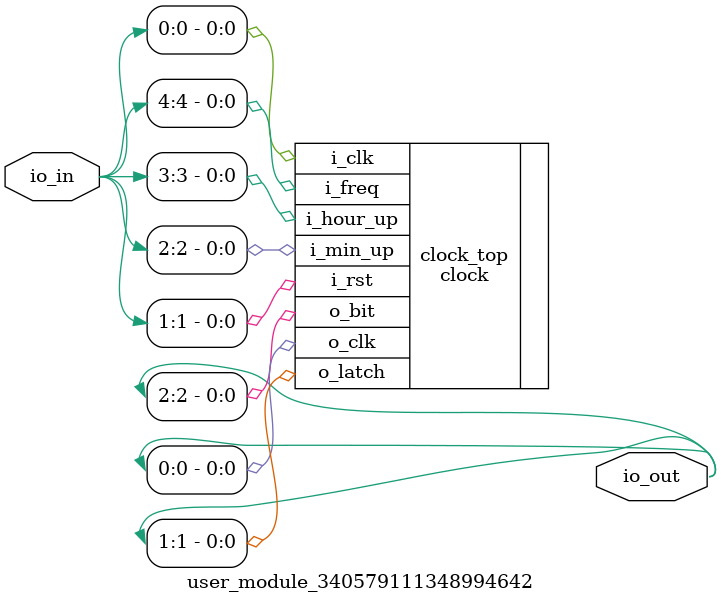
<source format=v>

`default_nettype none

module user_module_340579111348994642(
  input [7:0] io_in, 
  output [7:0] io_out
);

clock clock_top (
    .i_clk(io_in[0]),
    .i_rst(io_in[1]),
    .i_min_up(io_in[2]),
    .i_hour_up(io_in[3]),
    .i_freq(io_in[4]),
    .o_clk(io_out[0]),
    .o_latch(io_out[1]),
    .o_bit(io_out[2])
);

endmodule
</source>
